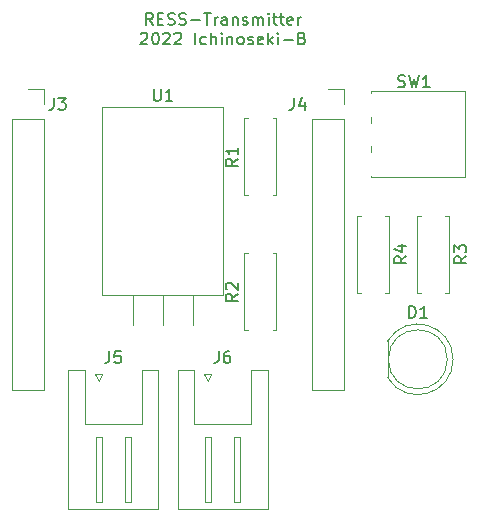
<source format=gbr>
%TF.GenerationSoftware,KiCad,Pcbnew,(5.1.9)-1*%
%TF.CreationDate,2022-07-09T16:18:14+09:00*%
%TF.ProjectId,Transmitter,5472616e-736d-4697-9474-65722e6b6963,rev?*%
%TF.SameCoordinates,Original*%
%TF.FileFunction,Legend,Top*%
%TF.FilePolarity,Positive*%
%FSLAX46Y46*%
G04 Gerber Fmt 4.6, Leading zero omitted, Abs format (unit mm)*
G04 Created by KiCad (PCBNEW (5.1.9)-1) date 2022-07-09 16:18:14*
%MOMM*%
%LPD*%
G01*
G04 APERTURE LIST*
%ADD10C,0.150000*%
%ADD11C,0.120000*%
G04 APERTURE END LIST*
D10*
X142661428Y-75827380D02*
X142328095Y-75351190D01*
X142090000Y-75827380D02*
X142090000Y-74827380D01*
X142470952Y-74827380D01*
X142566190Y-74875000D01*
X142613809Y-74922619D01*
X142661428Y-75017857D01*
X142661428Y-75160714D01*
X142613809Y-75255952D01*
X142566190Y-75303571D01*
X142470952Y-75351190D01*
X142090000Y-75351190D01*
X143090000Y-75303571D02*
X143423333Y-75303571D01*
X143566190Y-75827380D02*
X143090000Y-75827380D01*
X143090000Y-74827380D01*
X143566190Y-74827380D01*
X143947142Y-75779761D02*
X144090000Y-75827380D01*
X144328095Y-75827380D01*
X144423333Y-75779761D01*
X144470952Y-75732142D01*
X144518571Y-75636904D01*
X144518571Y-75541666D01*
X144470952Y-75446428D01*
X144423333Y-75398809D01*
X144328095Y-75351190D01*
X144137619Y-75303571D01*
X144042380Y-75255952D01*
X143994761Y-75208333D01*
X143947142Y-75113095D01*
X143947142Y-75017857D01*
X143994761Y-74922619D01*
X144042380Y-74875000D01*
X144137619Y-74827380D01*
X144375714Y-74827380D01*
X144518571Y-74875000D01*
X144899523Y-75779761D02*
X145042380Y-75827380D01*
X145280476Y-75827380D01*
X145375714Y-75779761D01*
X145423333Y-75732142D01*
X145470952Y-75636904D01*
X145470952Y-75541666D01*
X145423333Y-75446428D01*
X145375714Y-75398809D01*
X145280476Y-75351190D01*
X145090000Y-75303571D01*
X144994761Y-75255952D01*
X144947142Y-75208333D01*
X144899523Y-75113095D01*
X144899523Y-75017857D01*
X144947142Y-74922619D01*
X144994761Y-74875000D01*
X145090000Y-74827380D01*
X145328095Y-74827380D01*
X145470952Y-74875000D01*
X145899523Y-75446428D02*
X146661428Y-75446428D01*
X146994761Y-74827380D02*
X147566190Y-74827380D01*
X147280476Y-75827380D02*
X147280476Y-74827380D01*
X147899523Y-75827380D02*
X147899523Y-75160714D01*
X147899523Y-75351190D02*
X147947142Y-75255952D01*
X147994761Y-75208333D01*
X148090000Y-75160714D01*
X148185238Y-75160714D01*
X148947142Y-75827380D02*
X148947142Y-75303571D01*
X148899523Y-75208333D01*
X148804285Y-75160714D01*
X148613809Y-75160714D01*
X148518571Y-75208333D01*
X148947142Y-75779761D02*
X148851904Y-75827380D01*
X148613809Y-75827380D01*
X148518571Y-75779761D01*
X148470952Y-75684523D01*
X148470952Y-75589285D01*
X148518571Y-75494047D01*
X148613809Y-75446428D01*
X148851904Y-75446428D01*
X148947142Y-75398809D01*
X149423333Y-75160714D02*
X149423333Y-75827380D01*
X149423333Y-75255952D02*
X149470952Y-75208333D01*
X149566190Y-75160714D01*
X149709047Y-75160714D01*
X149804285Y-75208333D01*
X149851904Y-75303571D01*
X149851904Y-75827380D01*
X150280476Y-75779761D02*
X150375714Y-75827380D01*
X150566190Y-75827380D01*
X150661428Y-75779761D01*
X150709047Y-75684523D01*
X150709047Y-75636904D01*
X150661428Y-75541666D01*
X150566190Y-75494047D01*
X150423333Y-75494047D01*
X150328095Y-75446428D01*
X150280476Y-75351190D01*
X150280476Y-75303571D01*
X150328095Y-75208333D01*
X150423333Y-75160714D01*
X150566190Y-75160714D01*
X150661428Y-75208333D01*
X151137619Y-75827380D02*
X151137619Y-75160714D01*
X151137619Y-75255952D02*
X151185238Y-75208333D01*
X151280476Y-75160714D01*
X151423333Y-75160714D01*
X151518571Y-75208333D01*
X151566190Y-75303571D01*
X151566190Y-75827380D01*
X151566190Y-75303571D02*
X151613809Y-75208333D01*
X151709047Y-75160714D01*
X151851904Y-75160714D01*
X151947142Y-75208333D01*
X151994761Y-75303571D01*
X151994761Y-75827380D01*
X152470952Y-75827380D02*
X152470952Y-75160714D01*
X152470952Y-74827380D02*
X152423333Y-74875000D01*
X152470952Y-74922619D01*
X152518571Y-74875000D01*
X152470952Y-74827380D01*
X152470952Y-74922619D01*
X152804285Y-75160714D02*
X153185238Y-75160714D01*
X152947142Y-74827380D02*
X152947142Y-75684523D01*
X152994761Y-75779761D01*
X153090000Y-75827380D01*
X153185238Y-75827380D01*
X153375714Y-75160714D02*
X153756666Y-75160714D01*
X153518571Y-74827380D02*
X153518571Y-75684523D01*
X153566190Y-75779761D01*
X153661428Y-75827380D01*
X153756666Y-75827380D01*
X154470952Y-75779761D02*
X154375714Y-75827380D01*
X154185238Y-75827380D01*
X154090000Y-75779761D01*
X154042380Y-75684523D01*
X154042380Y-75303571D01*
X154090000Y-75208333D01*
X154185238Y-75160714D01*
X154375714Y-75160714D01*
X154470952Y-75208333D01*
X154518571Y-75303571D01*
X154518571Y-75398809D01*
X154042380Y-75494047D01*
X154947142Y-75827380D02*
X154947142Y-75160714D01*
X154947142Y-75351190D02*
X154994761Y-75255952D01*
X155042380Y-75208333D01*
X155137619Y-75160714D01*
X155232857Y-75160714D01*
X141637619Y-76572619D02*
X141685238Y-76525000D01*
X141780476Y-76477380D01*
X142018571Y-76477380D01*
X142113809Y-76525000D01*
X142161428Y-76572619D01*
X142209047Y-76667857D01*
X142209047Y-76763095D01*
X142161428Y-76905952D01*
X141590000Y-77477380D01*
X142209047Y-77477380D01*
X142828095Y-76477380D02*
X142923333Y-76477380D01*
X143018571Y-76525000D01*
X143066190Y-76572619D01*
X143113809Y-76667857D01*
X143161428Y-76858333D01*
X143161428Y-77096428D01*
X143113809Y-77286904D01*
X143066190Y-77382142D01*
X143018571Y-77429761D01*
X142923333Y-77477380D01*
X142828095Y-77477380D01*
X142732857Y-77429761D01*
X142685238Y-77382142D01*
X142637619Y-77286904D01*
X142590000Y-77096428D01*
X142590000Y-76858333D01*
X142637619Y-76667857D01*
X142685238Y-76572619D01*
X142732857Y-76525000D01*
X142828095Y-76477380D01*
X143542380Y-76572619D02*
X143590000Y-76525000D01*
X143685238Y-76477380D01*
X143923333Y-76477380D01*
X144018571Y-76525000D01*
X144066190Y-76572619D01*
X144113809Y-76667857D01*
X144113809Y-76763095D01*
X144066190Y-76905952D01*
X143494761Y-77477380D01*
X144113809Y-77477380D01*
X144494761Y-76572619D02*
X144542380Y-76525000D01*
X144637619Y-76477380D01*
X144875714Y-76477380D01*
X144970952Y-76525000D01*
X145018571Y-76572619D01*
X145066190Y-76667857D01*
X145066190Y-76763095D01*
X145018571Y-76905952D01*
X144447142Y-77477380D01*
X145066190Y-77477380D01*
X146256666Y-77477380D02*
X146256666Y-76477380D01*
X147161428Y-77429761D02*
X147066190Y-77477380D01*
X146875714Y-77477380D01*
X146780476Y-77429761D01*
X146732857Y-77382142D01*
X146685238Y-77286904D01*
X146685238Y-77001190D01*
X146732857Y-76905952D01*
X146780476Y-76858333D01*
X146875714Y-76810714D01*
X147066190Y-76810714D01*
X147161428Y-76858333D01*
X147590000Y-77477380D02*
X147590000Y-76477380D01*
X148018571Y-77477380D02*
X148018571Y-76953571D01*
X147970952Y-76858333D01*
X147875714Y-76810714D01*
X147732857Y-76810714D01*
X147637619Y-76858333D01*
X147590000Y-76905952D01*
X148494761Y-77477380D02*
X148494761Y-76810714D01*
X148494761Y-76477380D02*
X148447142Y-76525000D01*
X148494761Y-76572619D01*
X148542380Y-76525000D01*
X148494761Y-76477380D01*
X148494761Y-76572619D01*
X148970952Y-76810714D02*
X148970952Y-77477380D01*
X148970952Y-76905952D02*
X149018571Y-76858333D01*
X149113809Y-76810714D01*
X149256666Y-76810714D01*
X149351904Y-76858333D01*
X149399523Y-76953571D01*
X149399523Y-77477380D01*
X150018571Y-77477380D02*
X149923333Y-77429761D01*
X149875714Y-77382142D01*
X149828095Y-77286904D01*
X149828095Y-77001190D01*
X149875714Y-76905952D01*
X149923333Y-76858333D01*
X150018571Y-76810714D01*
X150161428Y-76810714D01*
X150256666Y-76858333D01*
X150304285Y-76905952D01*
X150351904Y-77001190D01*
X150351904Y-77286904D01*
X150304285Y-77382142D01*
X150256666Y-77429761D01*
X150161428Y-77477380D01*
X150018571Y-77477380D01*
X150732857Y-77429761D02*
X150828095Y-77477380D01*
X151018571Y-77477380D01*
X151113809Y-77429761D01*
X151161428Y-77334523D01*
X151161428Y-77286904D01*
X151113809Y-77191666D01*
X151018571Y-77144047D01*
X150875714Y-77144047D01*
X150780476Y-77096428D01*
X150732857Y-77001190D01*
X150732857Y-76953571D01*
X150780476Y-76858333D01*
X150875714Y-76810714D01*
X151018571Y-76810714D01*
X151113809Y-76858333D01*
X151970952Y-77429761D02*
X151875714Y-77477380D01*
X151685238Y-77477380D01*
X151590000Y-77429761D01*
X151542380Y-77334523D01*
X151542380Y-76953571D01*
X151590000Y-76858333D01*
X151685238Y-76810714D01*
X151875714Y-76810714D01*
X151970952Y-76858333D01*
X152018571Y-76953571D01*
X152018571Y-77048809D01*
X151542380Y-77144047D01*
X152447142Y-77477380D02*
X152447142Y-76477380D01*
X152542380Y-77096428D02*
X152828095Y-77477380D01*
X152828095Y-76810714D02*
X152447142Y-77191666D01*
X153256666Y-77477380D02*
X153256666Y-76810714D01*
X153256666Y-76477380D02*
X153209047Y-76525000D01*
X153256666Y-76572619D01*
X153304285Y-76525000D01*
X153256666Y-76477380D01*
X153256666Y-76572619D01*
X153732857Y-77096428D02*
X154494761Y-77096428D01*
X155304285Y-76953571D02*
X155447142Y-77001190D01*
X155494761Y-77048809D01*
X155542380Y-77144047D01*
X155542380Y-77286904D01*
X155494761Y-77382142D01*
X155447142Y-77429761D01*
X155351904Y-77477380D01*
X154970952Y-77477380D01*
X154970952Y-76477380D01*
X155304285Y-76477380D01*
X155399523Y-76525000D01*
X155447142Y-76572619D01*
X155494761Y-76667857D01*
X155494761Y-76763095D01*
X155447142Y-76858333D01*
X155399523Y-76905952D01*
X155304285Y-76953571D01*
X154970952Y-76953571D01*
D11*
%TO.C,J6*%
X147620000Y-105390000D02*
X147320000Y-105990000D01*
X147020000Y-105390000D02*
X147620000Y-105390000D01*
X147320000Y-105990000D02*
X147020000Y-105390000D01*
X150070000Y-110690000D02*
X149570000Y-110690000D01*
X150070000Y-116190000D02*
X150070000Y-110690000D01*
X149570000Y-116190000D02*
X150070000Y-116190000D01*
X149570000Y-110690000D02*
X149570000Y-116190000D01*
X147570000Y-110690000D02*
X147070000Y-110690000D01*
X147570000Y-116190000D02*
X147570000Y-110690000D01*
X147070000Y-116190000D02*
X147570000Y-116190000D01*
X147070000Y-110690000D02*
X147070000Y-116190000D01*
X150960000Y-109580000D02*
X148570000Y-109580000D01*
X150960000Y-105080000D02*
X150960000Y-109580000D01*
X152380000Y-105080000D02*
X150960000Y-105080000D01*
X152380000Y-116800000D02*
X152380000Y-105080000D01*
X148570000Y-116800000D02*
X152380000Y-116800000D01*
X146180000Y-109580000D02*
X148570000Y-109580000D01*
X146180000Y-105080000D02*
X146180000Y-109580000D01*
X144760000Y-105080000D02*
X146180000Y-105080000D01*
X144760000Y-116800000D02*
X144760000Y-105080000D01*
X148570000Y-116800000D02*
X144760000Y-116800000D01*
%TO.C,J3*%
X130750000Y-83820000D02*
X133410000Y-83820000D01*
X130750000Y-83820000D02*
X130750000Y-106740000D01*
X130750000Y-106740000D02*
X133410000Y-106740000D01*
X133410000Y-83820000D02*
X133410000Y-106740000D01*
X133410000Y-81220000D02*
X133410000Y-82550000D01*
X132080000Y-81220000D02*
X133410000Y-81220000D01*
%TO.C,J4*%
X157480000Y-81220000D02*
X158810000Y-81220000D01*
X158810000Y-81220000D02*
X158810000Y-82550000D01*
X158810000Y-83820000D02*
X158810000Y-106740000D01*
X156150000Y-106740000D02*
X158810000Y-106740000D01*
X156150000Y-83820000D02*
X156150000Y-106740000D01*
X156150000Y-83820000D02*
X158810000Y-83820000D01*
%TO.C,J5*%
X139320000Y-116800000D02*
X135510000Y-116800000D01*
X135510000Y-116800000D02*
X135510000Y-105080000D01*
X135510000Y-105080000D02*
X136930000Y-105080000D01*
X136930000Y-105080000D02*
X136930000Y-109580000D01*
X136930000Y-109580000D02*
X139320000Y-109580000D01*
X139320000Y-116800000D02*
X143130000Y-116800000D01*
X143130000Y-116800000D02*
X143130000Y-105080000D01*
X143130000Y-105080000D02*
X141710000Y-105080000D01*
X141710000Y-105080000D02*
X141710000Y-109580000D01*
X141710000Y-109580000D02*
X139320000Y-109580000D01*
X137820000Y-110690000D02*
X137820000Y-116190000D01*
X137820000Y-116190000D02*
X138320000Y-116190000D01*
X138320000Y-116190000D02*
X138320000Y-110690000D01*
X138320000Y-110690000D02*
X137820000Y-110690000D01*
X140320000Y-110690000D02*
X140320000Y-116190000D01*
X140320000Y-116190000D02*
X140820000Y-116190000D01*
X140820000Y-116190000D02*
X140820000Y-110690000D01*
X140820000Y-110690000D02*
X140320000Y-110690000D01*
X138070000Y-105990000D02*
X137770000Y-105390000D01*
X137770000Y-105390000D02*
X138370000Y-105390000D01*
X138370000Y-105390000D02*
X138070000Y-105990000D01*
%TO.C,SW1*%
X161170000Y-88740000D02*
X161170000Y-88590000D01*
X161170000Y-86590000D02*
X161170000Y-86090000D01*
X161170000Y-84090000D02*
X161170000Y-83590000D01*
X161170000Y-81440000D02*
X161170000Y-81590000D01*
X169120000Y-81440000D02*
X161170000Y-81440000D01*
X169120000Y-88740000D02*
X169120000Y-81440000D01*
X161170000Y-88740000D02*
X169120000Y-88740000D01*
%TO.C,R1*%
X150725000Y-90265000D02*
X150395000Y-90265000D01*
X150395000Y-90265000D02*
X150395000Y-83725000D01*
X150395000Y-83725000D02*
X150725000Y-83725000D01*
X152805000Y-90265000D02*
X153135000Y-90265000D01*
X153135000Y-90265000D02*
X153135000Y-83725000D01*
X153135000Y-83725000D02*
X152805000Y-83725000D01*
%TO.C,R2*%
X150725000Y-101695000D02*
X150395000Y-101695000D01*
X150395000Y-101695000D02*
X150395000Y-95155000D01*
X150395000Y-95155000D02*
X150725000Y-95155000D01*
X152805000Y-101695000D02*
X153135000Y-101695000D01*
X153135000Y-101695000D02*
X153135000Y-95155000D01*
X153135000Y-95155000D02*
X152805000Y-95155000D01*
%TO.C,R3*%
X167410000Y-91980000D02*
X167740000Y-91980000D01*
X167740000Y-91980000D02*
X167740000Y-98520000D01*
X167740000Y-98520000D02*
X167410000Y-98520000D01*
X165330000Y-91980000D02*
X165000000Y-91980000D01*
X165000000Y-91980000D02*
X165000000Y-98520000D01*
X165000000Y-98520000D02*
X165330000Y-98520000D01*
%TO.C,D1*%
X162540000Y-102595000D02*
X162540000Y-105685000D01*
X167600000Y-104140000D02*
G75*
G03*
X167600000Y-104140000I-2500000J0D01*
G01*
X168090000Y-104140462D02*
G75*
G03*
X162540000Y-102595170I-2990000J462D01*
G01*
X168090000Y-104139538D02*
G75*
G02*
X162540000Y-105684830I-2990000J-462D01*
G01*
%TO.C,R4*%
X159920000Y-98520000D02*
X160250000Y-98520000D01*
X159920000Y-91980000D02*
X159920000Y-98520000D01*
X160250000Y-91980000D02*
X159920000Y-91980000D01*
X162660000Y-98520000D02*
X162330000Y-98520000D01*
X162660000Y-91980000D02*
X162660000Y-98520000D01*
X162330000Y-91980000D02*
X162660000Y-91980000D01*
%TO.C,U1*%
X138390000Y-98695000D02*
X148630000Y-98695000D01*
X138390000Y-82805000D02*
X148630000Y-82805000D01*
X138390000Y-82805000D02*
X138390000Y-98695000D01*
X148630000Y-82805000D02*
X148630000Y-98695000D01*
X140970000Y-98695000D02*
X140970000Y-101235000D01*
X143510000Y-98695000D02*
X143510000Y-101235000D01*
X146050000Y-98695000D02*
X146050000Y-101235000D01*
%TO.C,J6*%
D10*
X148236666Y-103442380D02*
X148236666Y-104156666D01*
X148189047Y-104299523D01*
X148093809Y-104394761D01*
X147950952Y-104442380D01*
X147855714Y-104442380D01*
X149141428Y-103442380D02*
X148950952Y-103442380D01*
X148855714Y-103490000D01*
X148808095Y-103537619D01*
X148712857Y-103680476D01*
X148665238Y-103870952D01*
X148665238Y-104251904D01*
X148712857Y-104347142D01*
X148760476Y-104394761D01*
X148855714Y-104442380D01*
X149046190Y-104442380D01*
X149141428Y-104394761D01*
X149189047Y-104347142D01*
X149236666Y-104251904D01*
X149236666Y-104013809D01*
X149189047Y-103918571D01*
X149141428Y-103870952D01*
X149046190Y-103823333D01*
X148855714Y-103823333D01*
X148760476Y-103870952D01*
X148712857Y-103918571D01*
X148665238Y-104013809D01*
%TO.C,J3*%
X134286666Y-82002380D02*
X134286666Y-82716666D01*
X134239047Y-82859523D01*
X134143809Y-82954761D01*
X134000952Y-83002380D01*
X133905714Y-83002380D01*
X134667619Y-82002380D02*
X135286666Y-82002380D01*
X134953333Y-82383333D01*
X135096190Y-82383333D01*
X135191428Y-82430952D01*
X135239047Y-82478571D01*
X135286666Y-82573809D01*
X135286666Y-82811904D01*
X135239047Y-82907142D01*
X135191428Y-82954761D01*
X135096190Y-83002380D01*
X134810476Y-83002380D01*
X134715238Y-82954761D01*
X134667619Y-82907142D01*
%TO.C,J4*%
X154606666Y-82002380D02*
X154606666Y-82716666D01*
X154559047Y-82859523D01*
X154463809Y-82954761D01*
X154320952Y-83002380D01*
X154225714Y-83002380D01*
X155511428Y-82335714D02*
X155511428Y-83002380D01*
X155273333Y-81954761D02*
X155035238Y-82669047D01*
X155654285Y-82669047D01*
%TO.C,J5*%
X138986666Y-103442380D02*
X138986666Y-104156666D01*
X138939047Y-104299523D01*
X138843809Y-104394761D01*
X138700952Y-104442380D01*
X138605714Y-104442380D01*
X139939047Y-103442380D02*
X139462857Y-103442380D01*
X139415238Y-103918571D01*
X139462857Y-103870952D01*
X139558095Y-103823333D01*
X139796190Y-103823333D01*
X139891428Y-103870952D01*
X139939047Y-103918571D01*
X139986666Y-104013809D01*
X139986666Y-104251904D01*
X139939047Y-104347142D01*
X139891428Y-104394761D01*
X139796190Y-104442380D01*
X139558095Y-104442380D01*
X139462857Y-104394761D01*
X139415238Y-104347142D01*
%TO.C,SW1*%
X163436666Y-81044761D02*
X163579523Y-81092380D01*
X163817619Y-81092380D01*
X163912857Y-81044761D01*
X163960476Y-80997142D01*
X164008095Y-80901904D01*
X164008095Y-80806666D01*
X163960476Y-80711428D01*
X163912857Y-80663809D01*
X163817619Y-80616190D01*
X163627142Y-80568571D01*
X163531904Y-80520952D01*
X163484285Y-80473333D01*
X163436666Y-80378095D01*
X163436666Y-80282857D01*
X163484285Y-80187619D01*
X163531904Y-80140000D01*
X163627142Y-80092380D01*
X163865238Y-80092380D01*
X164008095Y-80140000D01*
X164341428Y-80092380D02*
X164579523Y-81092380D01*
X164770000Y-80378095D01*
X164960476Y-81092380D01*
X165198571Y-80092380D01*
X166103333Y-81092380D02*
X165531904Y-81092380D01*
X165817619Y-81092380D02*
X165817619Y-80092380D01*
X165722380Y-80235238D01*
X165627142Y-80330476D01*
X165531904Y-80378095D01*
%TO.C,R1*%
X149847380Y-87161666D02*
X149371190Y-87495000D01*
X149847380Y-87733095D02*
X148847380Y-87733095D01*
X148847380Y-87352142D01*
X148895000Y-87256904D01*
X148942619Y-87209285D01*
X149037857Y-87161666D01*
X149180714Y-87161666D01*
X149275952Y-87209285D01*
X149323571Y-87256904D01*
X149371190Y-87352142D01*
X149371190Y-87733095D01*
X149847380Y-86209285D02*
X149847380Y-86780714D01*
X149847380Y-86495000D02*
X148847380Y-86495000D01*
X148990238Y-86590238D01*
X149085476Y-86685476D01*
X149133095Y-86780714D01*
%TO.C,R2*%
X149847380Y-98591666D02*
X149371190Y-98925000D01*
X149847380Y-99163095D02*
X148847380Y-99163095D01*
X148847380Y-98782142D01*
X148895000Y-98686904D01*
X148942619Y-98639285D01*
X149037857Y-98591666D01*
X149180714Y-98591666D01*
X149275952Y-98639285D01*
X149323571Y-98686904D01*
X149371190Y-98782142D01*
X149371190Y-99163095D01*
X148942619Y-98210714D02*
X148895000Y-98163095D01*
X148847380Y-98067857D01*
X148847380Y-97829761D01*
X148895000Y-97734523D01*
X148942619Y-97686904D01*
X149037857Y-97639285D01*
X149133095Y-97639285D01*
X149275952Y-97686904D01*
X149847380Y-98258333D01*
X149847380Y-97639285D01*
%TO.C,R3*%
X169192380Y-95416666D02*
X168716190Y-95750000D01*
X169192380Y-95988095D02*
X168192380Y-95988095D01*
X168192380Y-95607142D01*
X168240000Y-95511904D01*
X168287619Y-95464285D01*
X168382857Y-95416666D01*
X168525714Y-95416666D01*
X168620952Y-95464285D01*
X168668571Y-95511904D01*
X168716190Y-95607142D01*
X168716190Y-95988095D01*
X168192380Y-95083333D02*
X168192380Y-94464285D01*
X168573333Y-94797619D01*
X168573333Y-94654761D01*
X168620952Y-94559523D01*
X168668571Y-94511904D01*
X168763809Y-94464285D01*
X169001904Y-94464285D01*
X169097142Y-94511904D01*
X169144761Y-94559523D01*
X169192380Y-94654761D01*
X169192380Y-94940476D01*
X169144761Y-95035714D01*
X169097142Y-95083333D01*
%TO.C,D1*%
X164361904Y-100632380D02*
X164361904Y-99632380D01*
X164600000Y-99632380D01*
X164742857Y-99680000D01*
X164838095Y-99775238D01*
X164885714Y-99870476D01*
X164933333Y-100060952D01*
X164933333Y-100203809D01*
X164885714Y-100394285D01*
X164838095Y-100489523D01*
X164742857Y-100584761D01*
X164600000Y-100632380D01*
X164361904Y-100632380D01*
X165885714Y-100632380D02*
X165314285Y-100632380D01*
X165600000Y-100632380D02*
X165600000Y-99632380D01*
X165504761Y-99775238D01*
X165409523Y-99870476D01*
X165314285Y-99918095D01*
%TO.C,R4*%
X164112380Y-95416666D02*
X163636190Y-95750000D01*
X164112380Y-95988095D02*
X163112380Y-95988095D01*
X163112380Y-95607142D01*
X163160000Y-95511904D01*
X163207619Y-95464285D01*
X163302857Y-95416666D01*
X163445714Y-95416666D01*
X163540952Y-95464285D01*
X163588571Y-95511904D01*
X163636190Y-95607142D01*
X163636190Y-95988095D01*
X163445714Y-94559523D02*
X164112380Y-94559523D01*
X163064761Y-94797619D02*
X163779047Y-95035714D01*
X163779047Y-94416666D01*
%TO.C,U1*%
X142748095Y-81257380D02*
X142748095Y-82066904D01*
X142795714Y-82162142D01*
X142843333Y-82209761D01*
X142938571Y-82257380D01*
X143129047Y-82257380D01*
X143224285Y-82209761D01*
X143271904Y-82162142D01*
X143319523Y-82066904D01*
X143319523Y-81257380D01*
X144319523Y-82257380D02*
X143748095Y-82257380D01*
X144033809Y-82257380D02*
X144033809Y-81257380D01*
X143938571Y-81400238D01*
X143843333Y-81495476D01*
X143748095Y-81543095D01*
%TD*%
M02*

</source>
